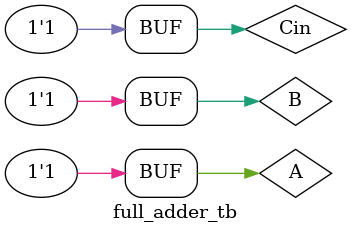
<source format=v>
module full_adder_tb; 
 
reg A,B,Cin;
wire S, Cout;

initial
  begin
    $dumpfile("dump.vcd"); 
    $dumpvars;
  end
 
  fulladder c(A,B,Cin,S,Cout);
 
initial
begin
A =0;
B =0;
Cin =0;
#20; A =1;
#20; B =1;
#20; A =0;
#20; Cin =1;
#20; B=0;
#20; A=1; 
#20; B=1;
#20;
end
  
endmodule
</source>
